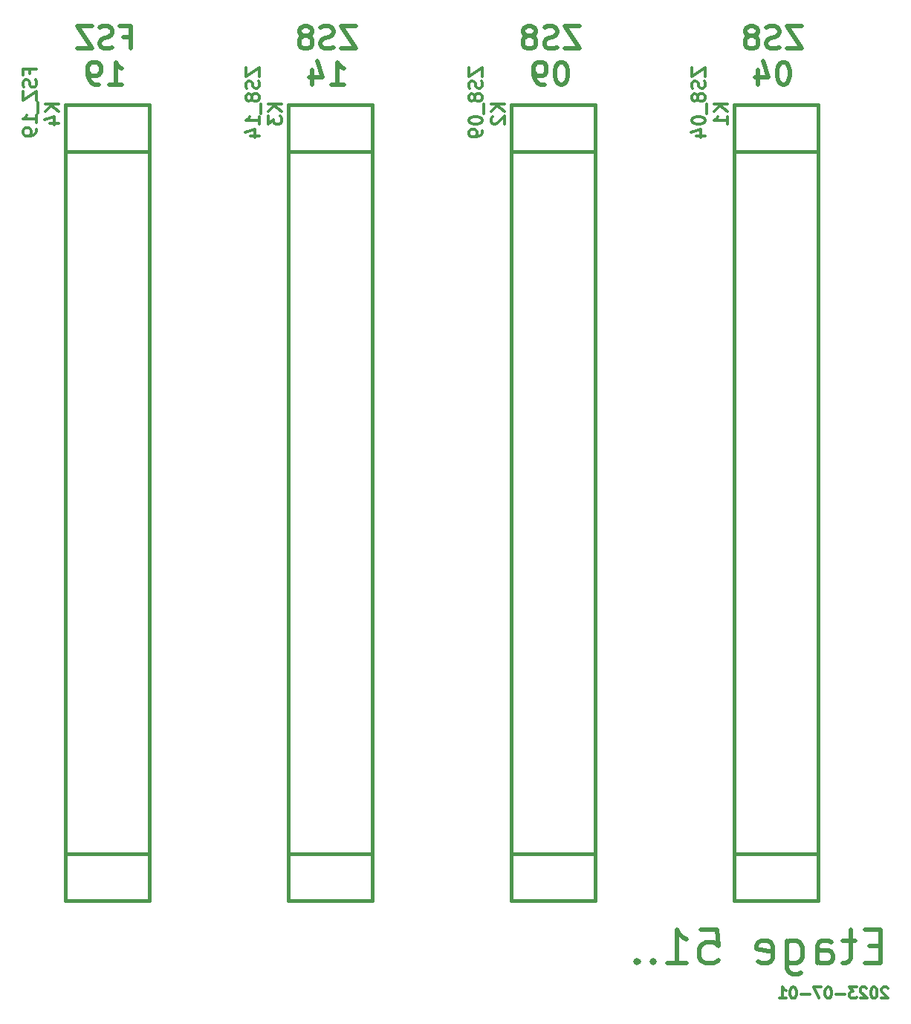
<source format=gbo>
%TF.GenerationSoftware,KiCad,Pcbnew,(6.0.7)*%
%TF.CreationDate,2024-08-18T11:11:24+02:00*%
%TF.ProjectId,BP51,42503531-2e6b-4696-9361-645f70636258,0437 -*%
%TF.SameCoordinates,Original*%
%TF.FileFunction,Legend,Bot*%
%TF.FilePolarity,Positive*%
%FSLAX46Y46*%
G04 Gerber Fmt 4.6, Leading zero omitted, Abs format (unit mm)*
G04 Created by KiCad (PCBNEW (6.0.7)) date 2024-08-18 11:11:24*
%MOMM*%
%LPD*%
G01*
G04 APERTURE LIST*
%ADD10C,0.508000*%
%ADD11C,0.304800*%
%ADD12C,0.381000*%
%ADD13C,4.000000*%
%ADD14C,6.400800*%
%ADD15R,3.048000X3.048000*%
%ADD16C,3.048000*%
%ADD17R,1.524000X1.524000*%
%ADD18C,1.524000*%
%ADD19R,1.651000X1.651000*%
%ADD20C,1.651000*%
%ADD21C,2.200000*%
G04 APERTURE END LIST*
D10*
X66018712Y-99320770D02*
X66865379Y-99320770D01*
X66865379Y-100651246D02*
X66865379Y-98111246D01*
X65655855Y-98111246D01*
X64809188Y-100530294D02*
X64446331Y-100651246D01*
X63841569Y-100651246D01*
X63599664Y-100530294D01*
X63478712Y-100409341D01*
X63357760Y-100167437D01*
X63357760Y-99925532D01*
X63478712Y-99683627D01*
X63599664Y-99562675D01*
X63841569Y-99441722D01*
X64325379Y-99320770D01*
X64567283Y-99199818D01*
X64688236Y-99078865D01*
X64809188Y-98836960D01*
X64809188Y-98595056D01*
X64688236Y-98353151D01*
X64567283Y-98232199D01*
X64325379Y-98111246D01*
X63720617Y-98111246D01*
X63357760Y-98232199D01*
X62511093Y-98111246D02*
X60817760Y-98111246D01*
X62511093Y-100651246D01*
X60817760Y-100651246D01*
X64446331Y-104740646D02*
X65897760Y-104740646D01*
X65172045Y-104740646D02*
X65172045Y-102200646D01*
X65413950Y-102563503D01*
X65655855Y-102805408D01*
X65897760Y-102926360D01*
X63236807Y-104740646D02*
X62752998Y-104740646D01*
X62511093Y-104619694D01*
X62390141Y-104498741D01*
X62148236Y-104135884D01*
X62027283Y-103652075D01*
X62027283Y-102684456D01*
X62148236Y-102442551D01*
X62269188Y-102321599D01*
X62511093Y-102200646D01*
X62994902Y-102200646D01*
X63236807Y-102321599D01*
X63357760Y-102442551D01*
X63478712Y-102684456D01*
X63478712Y-103289218D01*
X63357760Y-103531122D01*
X63236807Y-103652075D01*
X62994902Y-103773027D01*
X62511093Y-103773027D01*
X62269188Y-103652075D01*
X62148236Y-103531122D01*
X62027283Y-103289218D01*
X143318658Y-98111246D02*
X141625324Y-98111246D01*
X143318658Y-100651246D01*
X141625324Y-100651246D01*
X140778658Y-100530294D02*
X140415801Y-100651246D01*
X139811039Y-100651246D01*
X139569134Y-100530294D01*
X139448182Y-100409341D01*
X139327229Y-100167437D01*
X139327229Y-99925532D01*
X139448182Y-99683627D01*
X139569134Y-99562675D01*
X139811039Y-99441722D01*
X140294848Y-99320770D01*
X140536753Y-99199818D01*
X140657705Y-99078865D01*
X140778658Y-98836960D01*
X140778658Y-98595056D01*
X140657705Y-98353151D01*
X140536753Y-98232199D01*
X140294848Y-98111246D01*
X139690086Y-98111246D01*
X139327229Y-98232199D01*
X137875801Y-99199818D02*
X138117705Y-99078865D01*
X138238658Y-98957913D01*
X138359610Y-98716008D01*
X138359610Y-98595056D01*
X138238658Y-98353151D01*
X138117705Y-98232199D01*
X137875801Y-98111246D01*
X137391991Y-98111246D01*
X137150086Y-98232199D01*
X137029134Y-98353151D01*
X136908182Y-98595056D01*
X136908182Y-98716008D01*
X137029134Y-98957913D01*
X137150086Y-99078865D01*
X137391991Y-99199818D01*
X137875801Y-99199818D01*
X138117705Y-99320770D01*
X138238658Y-99441722D01*
X138359610Y-99683627D01*
X138359610Y-100167437D01*
X138238658Y-100409341D01*
X138117705Y-100530294D01*
X137875801Y-100651246D01*
X137391991Y-100651246D01*
X137150086Y-100530294D01*
X137029134Y-100409341D01*
X136908182Y-100167437D01*
X136908182Y-99683627D01*
X137029134Y-99441722D01*
X137150086Y-99320770D01*
X137391991Y-99199818D01*
X141383420Y-102200646D02*
X141141515Y-102200646D01*
X140899610Y-102321599D01*
X140778658Y-102442551D01*
X140657705Y-102684456D01*
X140536753Y-103168265D01*
X140536753Y-103773027D01*
X140657705Y-104256837D01*
X140778658Y-104498741D01*
X140899610Y-104619694D01*
X141141515Y-104740646D01*
X141383420Y-104740646D01*
X141625324Y-104619694D01*
X141746277Y-104498741D01*
X141867229Y-104256837D01*
X141988182Y-103773027D01*
X141988182Y-103168265D01*
X141867229Y-102684456D01*
X141746277Y-102442551D01*
X141625324Y-102321599D01*
X141383420Y-102200646D01*
X138359610Y-103047313D02*
X138359610Y-104740646D01*
X138964372Y-102079694D02*
X139569134Y-103893979D01*
X137996753Y-103893979D01*
X152362657Y-202865750D02*
X151092657Y-202865750D01*
X150548371Y-204861464D02*
X152362657Y-204861464D01*
X152362657Y-201051464D01*
X150548371Y-201051464D01*
X149459800Y-202321464D02*
X148008371Y-202321464D01*
X148915514Y-201051464D02*
X148915514Y-204317178D01*
X148734085Y-204680035D01*
X148371228Y-204861464D01*
X148008371Y-204861464D01*
X145105514Y-204861464D02*
X145105514Y-202865750D01*
X145286942Y-202502893D01*
X145649800Y-202321464D01*
X146375514Y-202321464D01*
X146738371Y-202502893D01*
X145105514Y-204680035D02*
X145468371Y-204861464D01*
X146375514Y-204861464D01*
X146738371Y-204680035D01*
X146919800Y-204317178D01*
X146919800Y-203954321D01*
X146738371Y-203591464D01*
X146375514Y-203410035D01*
X145468371Y-203410035D01*
X145105514Y-203228607D01*
X141658371Y-202321464D02*
X141658371Y-205405750D01*
X141839800Y-205768607D01*
X142021228Y-205950035D01*
X142384085Y-206131464D01*
X142928371Y-206131464D01*
X143291228Y-205950035D01*
X141658371Y-204680035D02*
X142021228Y-204861464D01*
X142746942Y-204861464D01*
X143109800Y-204680035D01*
X143291228Y-204498607D01*
X143472657Y-204135750D01*
X143472657Y-203047178D01*
X143291228Y-202684321D01*
X143109800Y-202502893D01*
X142746942Y-202321464D01*
X142021228Y-202321464D01*
X141658371Y-202502893D01*
X138392657Y-204680035D02*
X138755514Y-204861464D01*
X139481228Y-204861464D01*
X139844085Y-204680035D01*
X140025514Y-204317178D01*
X140025514Y-202865750D01*
X139844085Y-202502893D01*
X139481228Y-202321464D01*
X138755514Y-202321464D01*
X138392657Y-202502893D01*
X138211228Y-202865750D01*
X138211228Y-203228607D01*
X140025514Y-203591464D01*
X131861228Y-201051464D02*
X133675514Y-201051464D01*
X133856942Y-202865750D01*
X133675514Y-202684321D01*
X133312657Y-202502893D01*
X132405514Y-202502893D01*
X132042657Y-202684321D01*
X131861228Y-202865750D01*
X131679800Y-203228607D01*
X131679800Y-204135750D01*
X131861228Y-204498607D01*
X132042657Y-204680035D01*
X132405514Y-204861464D01*
X133312657Y-204861464D01*
X133675514Y-204680035D01*
X133856942Y-204498607D01*
X128051228Y-204861464D02*
X130228371Y-204861464D01*
X129139800Y-204861464D02*
X129139800Y-201051464D01*
X129502657Y-201595750D01*
X129865514Y-201958607D01*
X130228371Y-202140035D01*
X126418371Y-204498607D02*
X126236942Y-204680035D01*
X126418371Y-204861464D01*
X126599800Y-204680035D01*
X126418371Y-204498607D01*
X126418371Y-204861464D01*
X124604085Y-204498607D02*
X124422657Y-204680035D01*
X124604085Y-204861464D01*
X124785514Y-204680035D01*
X124604085Y-204498607D01*
X124604085Y-204861464D01*
D11*
X153159975Y-207704614D02*
X153099499Y-207644138D01*
X152978546Y-207583661D01*
X152676165Y-207583661D01*
X152555213Y-207644138D01*
X152494737Y-207704614D01*
X152434260Y-207825566D01*
X152434260Y-207946518D01*
X152494737Y-208127947D01*
X153220451Y-208853661D01*
X152434260Y-208853661D01*
X151648070Y-207583661D02*
X151527118Y-207583661D01*
X151406165Y-207644138D01*
X151345689Y-207704614D01*
X151285213Y-207825566D01*
X151224737Y-208067471D01*
X151224737Y-208369852D01*
X151285213Y-208611757D01*
X151345689Y-208732709D01*
X151406165Y-208793185D01*
X151527118Y-208853661D01*
X151648070Y-208853661D01*
X151769022Y-208793185D01*
X151829499Y-208732709D01*
X151889975Y-208611757D01*
X151950451Y-208369852D01*
X151950451Y-208067471D01*
X151889975Y-207825566D01*
X151829499Y-207704614D01*
X151769022Y-207644138D01*
X151648070Y-207583661D01*
X150740927Y-207704614D02*
X150680451Y-207644138D01*
X150559499Y-207583661D01*
X150257118Y-207583661D01*
X150136165Y-207644138D01*
X150075689Y-207704614D01*
X150015213Y-207825566D01*
X150015213Y-207946518D01*
X150075689Y-208127947D01*
X150801403Y-208853661D01*
X150015213Y-208853661D01*
X149591880Y-207583661D02*
X148805689Y-207583661D01*
X149229022Y-208067471D01*
X149047594Y-208067471D01*
X148926641Y-208127947D01*
X148866165Y-208188423D01*
X148805689Y-208309376D01*
X148805689Y-208611757D01*
X148866165Y-208732709D01*
X148926641Y-208793185D01*
X149047594Y-208853661D01*
X149410451Y-208853661D01*
X149531403Y-208793185D01*
X149591880Y-208732709D01*
X148261403Y-208369852D02*
X147293784Y-208369852D01*
X146447118Y-207583661D02*
X146326165Y-207583661D01*
X146205213Y-207644138D01*
X146144737Y-207704614D01*
X146084260Y-207825566D01*
X146023784Y-208067471D01*
X146023784Y-208369852D01*
X146084260Y-208611757D01*
X146144737Y-208732709D01*
X146205213Y-208793185D01*
X146326165Y-208853661D01*
X146447118Y-208853661D01*
X146568070Y-208793185D01*
X146628546Y-208732709D01*
X146689022Y-208611757D01*
X146749499Y-208369852D01*
X146749499Y-208067471D01*
X146689022Y-207825566D01*
X146628546Y-207704614D01*
X146568070Y-207644138D01*
X146447118Y-207583661D01*
X145600451Y-207583661D02*
X144753784Y-207583661D01*
X145298070Y-208853661D01*
X144269975Y-208369852D02*
X143302356Y-208369852D01*
X142455689Y-207583661D02*
X142334737Y-207583661D01*
X142213784Y-207644138D01*
X142153308Y-207704614D01*
X142092832Y-207825566D01*
X142032356Y-208067471D01*
X142032356Y-208369852D01*
X142092832Y-208611757D01*
X142153308Y-208732709D01*
X142213784Y-208793185D01*
X142334737Y-208853661D01*
X142455689Y-208853661D01*
X142576641Y-208793185D01*
X142637118Y-208732709D01*
X142697594Y-208611757D01*
X142758070Y-208369852D01*
X142758070Y-208067471D01*
X142697594Y-207825566D01*
X142637118Y-207704614D01*
X142576641Y-207644138D01*
X142455689Y-207583661D01*
X140822832Y-208853661D02*
X141548546Y-208853661D01*
X141185689Y-208853661D02*
X141185689Y-207583661D01*
X141306641Y-207765090D01*
X141427594Y-207886042D01*
X141548546Y-207946518D01*
D10*
X118023734Y-98111246D02*
X116330400Y-98111246D01*
X118023734Y-100651246D01*
X116330400Y-100651246D01*
X115483734Y-100530294D02*
X115120877Y-100651246D01*
X114516115Y-100651246D01*
X114274210Y-100530294D01*
X114153258Y-100409341D01*
X114032305Y-100167437D01*
X114032305Y-99925532D01*
X114153258Y-99683627D01*
X114274210Y-99562675D01*
X114516115Y-99441722D01*
X114999924Y-99320770D01*
X115241829Y-99199818D01*
X115362781Y-99078865D01*
X115483734Y-98836960D01*
X115483734Y-98595056D01*
X115362781Y-98353151D01*
X115241829Y-98232199D01*
X114999924Y-98111246D01*
X114395162Y-98111246D01*
X114032305Y-98232199D01*
X112580877Y-99199818D02*
X112822781Y-99078865D01*
X112943734Y-98957913D01*
X113064686Y-98716008D01*
X113064686Y-98595056D01*
X112943734Y-98353151D01*
X112822781Y-98232199D01*
X112580877Y-98111246D01*
X112097067Y-98111246D01*
X111855162Y-98232199D01*
X111734210Y-98353151D01*
X111613258Y-98595056D01*
X111613258Y-98716008D01*
X111734210Y-98957913D01*
X111855162Y-99078865D01*
X112097067Y-99199818D01*
X112580877Y-99199818D01*
X112822781Y-99320770D01*
X112943734Y-99441722D01*
X113064686Y-99683627D01*
X113064686Y-100167437D01*
X112943734Y-100409341D01*
X112822781Y-100530294D01*
X112580877Y-100651246D01*
X112097067Y-100651246D01*
X111855162Y-100530294D01*
X111734210Y-100409341D01*
X111613258Y-100167437D01*
X111613258Y-99683627D01*
X111734210Y-99441722D01*
X111855162Y-99320770D01*
X112097067Y-99199818D01*
X116088496Y-102200646D02*
X115846591Y-102200646D01*
X115604686Y-102321599D01*
X115483734Y-102442551D01*
X115362781Y-102684456D01*
X115241829Y-103168265D01*
X115241829Y-103773027D01*
X115362781Y-104256837D01*
X115483734Y-104498741D01*
X115604686Y-104619694D01*
X115846591Y-104740646D01*
X116088496Y-104740646D01*
X116330400Y-104619694D01*
X116451353Y-104498741D01*
X116572305Y-104256837D01*
X116693258Y-103773027D01*
X116693258Y-103168265D01*
X116572305Y-102684456D01*
X116451353Y-102442551D01*
X116330400Y-102321599D01*
X116088496Y-102200646D01*
X114032305Y-104740646D02*
X113548496Y-104740646D01*
X113306591Y-104619694D01*
X113185639Y-104498741D01*
X112943734Y-104135884D01*
X112822781Y-103652075D01*
X112822781Y-102684456D01*
X112943734Y-102442551D01*
X113064686Y-102321599D01*
X113306591Y-102200646D01*
X113790400Y-102200646D01*
X114032305Y-102321599D01*
X114153258Y-102442551D01*
X114274210Y-102684456D01*
X114274210Y-103289218D01*
X114153258Y-103531122D01*
X114032305Y-103652075D01*
X113790400Y-103773027D01*
X113306591Y-103773027D01*
X113064686Y-103652075D01*
X112943734Y-103531122D01*
X112822781Y-103289218D01*
X92523160Y-98111246D02*
X90829826Y-98111246D01*
X92523160Y-100651246D01*
X90829826Y-100651246D01*
X89983160Y-100530294D02*
X89620303Y-100651246D01*
X89015541Y-100651246D01*
X88773636Y-100530294D01*
X88652684Y-100409341D01*
X88531731Y-100167437D01*
X88531731Y-99925532D01*
X88652684Y-99683627D01*
X88773636Y-99562675D01*
X89015541Y-99441722D01*
X89499350Y-99320770D01*
X89741255Y-99199818D01*
X89862207Y-99078865D01*
X89983160Y-98836960D01*
X89983160Y-98595056D01*
X89862207Y-98353151D01*
X89741255Y-98232199D01*
X89499350Y-98111246D01*
X88894588Y-98111246D01*
X88531731Y-98232199D01*
X87080303Y-99199818D02*
X87322207Y-99078865D01*
X87443160Y-98957913D01*
X87564112Y-98716008D01*
X87564112Y-98595056D01*
X87443160Y-98353151D01*
X87322207Y-98232199D01*
X87080303Y-98111246D01*
X86596493Y-98111246D01*
X86354588Y-98232199D01*
X86233636Y-98353151D01*
X86112684Y-98595056D01*
X86112684Y-98716008D01*
X86233636Y-98957913D01*
X86354588Y-99078865D01*
X86596493Y-99199818D01*
X87080303Y-99199818D01*
X87322207Y-99320770D01*
X87443160Y-99441722D01*
X87564112Y-99683627D01*
X87564112Y-100167437D01*
X87443160Y-100409341D01*
X87322207Y-100530294D01*
X87080303Y-100651246D01*
X86596493Y-100651246D01*
X86354588Y-100530294D01*
X86233636Y-100409341D01*
X86112684Y-100167437D01*
X86112684Y-99683627D01*
X86233636Y-99441722D01*
X86354588Y-99320770D01*
X86596493Y-99199818D01*
X89741255Y-104740646D02*
X91192684Y-104740646D01*
X90466969Y-104740646D02*
X90466969Y-102200646D01*
X90708874Y-102563503D01*
X90950779Y-102805408D01*
X91192684Y-102926360D01*
X87564112Y-103047313D02*
X87564112Y-104740646D01*
X88168874Y-102079694D02*
X88773636Y-103893979D01*
X87201255Y-103893979D01*
D11*
%TO.C,K2*%
X109489428Y-106960977D02*
X107965428Y-106960977D01*
X109489428Y-107831834D02*
X108618571Y-107178691D01*
X107965428Y-107831834D02*
X108836285Y-106960977D01*
X108110571Y-108412405D02*
X108038000Y-108484977D01*
X107965428Y-108630120D01*
X107965428Y-108992977D01*
X108038000Y-109138120D01*
X108110571Y-109210691D01*
X108255714Y-109283262D01*
X108400857Y-109283262D01*
X108618571Y-109210691D01*
X109489428Y-108339834D01*
X109489428Y-109283262D01*
X105431028Y-102803234D02*
X105431028Y-103819234D01*
X106955028Y-102803234D01*
X106955028Y-103819234D01*
X106882457Y-104327234D02*
X106955028Y-104544948D01*
X106955028Y-104907805D01*
X106882457Y-105052948D01*
X106809885Y-105125520D01*
X106664742Y-105198091D01*
X106519600Y-105198091D01*
X106374457Y-105125520D01*
X106301885Y-105052948D01*
X106229314Y-104907805D01*
X106156742Y-104617520D01*
X106084171Y-104472377D01*
X106011600Y-104399805D01*
X105866457Y-104327234D01*
X105721314Y-104327234D01*
X105576171Y-104399805D01*
X105503600Y-104472377D01*
X105431028Y-104617520D01*
X105431028Y-104980377D01*
X105503600Y-105198091D01*
X106084171Y-106068948D02*
X106011600Y-105923805D01*
X105939028Y-105851234D01*
X105793885Y-105778662D01*
X105721314Y-105778662D01*
X105576171Y-105851234D01*
X105503600Y-105923805D01*
X105431028Y-106068948D01*
X105431028Y-106359234D01*
X105503600Y-106504377D01*
X105576171Y-106576948D01*
X105721314Y-106649520D01*
X105793885Y-106649520D01*
X105939028Y-106576948D01*
X106011600Y-106504377D01*
X106084171Y-106359234D01*
X106084171Y-106068948D01*
X106156742Y-105923805D01*
X106229314Y-105851234D01*
X106374457Y-105778662D01*
X106664742Y-105778662D01*
X106809885Y-105851234D01*
X106882457Y-105923805D01*
X106955028Y-106068948D01*
X106955028Y-106359234D01*
X106882457Y-106504377D01*
X106809885Y-106576948D01*
X106664742Y-106649520D01*
X106374457Y-106649520D01*
X106229314Y-106576948D01*
X106156742Y-106504377D01*
X106084171Y-106359234D01*
X107100171Y-106939805D02*
X107100171Y-108100948D01*
X105431028Y-108754091D02*
X105431028Y-108899234D01*
X105503600Y-109044377D01*
X105576171Y-109116948D01*
X105721314Y-109189520D01*
X106011600Y-109262091D01*
X106374457Y-109262091D01*
X106664742Y-109189520D01*
X106809885Y-109116948D01*
X106882457Y-109044377D01*
X106955028Y-108899234D01*
X106955028Y-108754091D01*
X106882457Y-108608948D01*
X106809885Y-108536377D01*
X106664742Y-108463805D01*
X106374457Y-108391234D01*
X106011600Y-108391234D01*
X105721314Y-108463805D01*
X105576171Y-108536377D01*
X105503600Y-108608948D01*
X105431028Y-108754091D01*
X106955028Y-109987805D02*
X106955028Y-110278091D01*
X106882457Y-110423234D01*
X106809885Y-110495805D01*
X106592171Y-110640948D01*
X106301885Y-110713520D01*
X105721314Y-110713520D01*
X105576171Y-110640948D01*
X105503600Y-110568377D01*
X105431028Y-110423234D01*
X105431028Y-110132948D01*
X105503600Y-109987805D01*
X105576171Y-109915234D01*
X105721314Y-109842662D01*
X106084171Y-109842662D01*
X106229314Y-109915234D01*
X106301885Y-109987805D01*
X106374457Y-110132948D01*
X106374457Y-110423234D01*
X106301885Y-110568377D01*
X106229314Y-110640948D01*
X106084171Y-110713520D01*
%TO.C,K4*%
X58689428Y-106960977D02*
X57165428Y-106960977D01*
X58689428Y-107831834D02*
X57818571Y-107178691D01*
X57165428Y-107831834D02*
X58036285Y-106960977D01*
X57673428Y-109138120D02*
X58689428Y-109138120D01*
X57092857Y-108775262D02*
X58181428Y-108412405D01*
X58181428Y-109355834D01*
X55356742Y-103456377D02*
X55356742Y-102948377D01*
X56155028Y-102948377D02*
X54631028Y-102948377D01*
X54631028Y-103674091D01*
X56082457Y-104182091D02*
X56155028Y-104399805D01*
X56155028Y-104762662D01*
X56082457Y-104907805D01*
X56009885Y-104980377D01*
X55864742Y-105052948D01*
X55719600Y-105052948D01*
X55574457Y-104980377D01*
X55501885Y-104907805D01*
X55429314Y-104762662D01*
X55356742Y-104472377D01*
X55284171Y-104327234D01*
X55211600Y-104254662D01*
X55066457Y-104182091D01*
X54921314Y-104182091D01*
X54776171Y-104254662D01*
X54703600Y-104327234D01*
X54631028Y-104472377D01*
X54631028Y-104835234D01*
X54703600Y-105052948D01*
X54631028Y-105560948D02*
X54631028Y-106576948D01*
X56155028Y-105560948D01*
X56155028Y-106576948D01*
X56300171Y-106794662D02*
X56300171Y-107955805D01*
X56155028Y-109116948D02*
X56155028Y-108246091D01*
X56155028Y-108681520D02*
X54631028Y-108681520D01*
X54848742Y-108536377D01*
X54993885Y-108391234D01*
X55066457Y-108246091D01*
X56155028Y-109842662D02*
X56155028Y-110132948D01*
X56082457Y-110278091D01*
X56009885Y-110350662D01*
X55792171Y-110495805D01*
X55501885Y-110568377D01*
X54921314Y-110568377D01*
X54776171Y-110495805D01*
X54703600Y-110423234D01*
X54631028Y-110278091D01*
X54631028Y-109987805D01*
X54703600Y-109842662D01*
X54776171Y-109770091D01*
X54921314Y-109697520D01*
X55284171Y-109697520D01*
X55429314Y-109770091D01*
X55501885Y-109842662D01*
X55574457Y-109987805D01*
X55574457Y-110278091D01*
X55501885Y-110423234D01*
X55429314Y-110495805D01*
X55284171Y-110568377D01*
%TO.C,K1*%
X134889428Y-106960977D02*
X133365428Y-106960977D01*
X134889428Y-107831834D02*
X134018571Y-107178691D01*
X133365428Y-107831834D02*
X134236285Y-106960977D01*
X134889428Y-109283262D02*
X134889428Y-108412405D01*
X134889428Y-108847834D02*
X133365428Y-108847834D01*
X133583142Y-108702691D01*
X133728285Y-108557548D01*
X133800857Y-108412405D01*
X130831028Y-102803234D02*
X130831028Y-103819234D01*
X132355028Y-102803234D01*
X132355028Y-103819234D01*
X132282457Y-104327234D02*
X132355028Y-104544948D01*
X132355028Y-104907805D01*
X132282457Y-105052948D01*
X132209885Y-105125520D01*
X132064742Y-105198091D01*
X131919600Y-105198091D01*
X131774457Y-105125520D01*
X131701885Y-105052948D01*
X131629314Y-104907805D01*
X131556742Y-104617520D01*
X131484171Y-104472377D01*
X131411600Y-104399805D01*
X131266457Y-104327234D01*
X131121314Y-104327234D01*
X130976171Y-104399805D01*
X130903600Y-104472377D01*
X130831028Y-104617520D01*
X130831028Y-104980377D01*
X130903600Y-105198091D01*
X131484171Y-106068948D02*
X131411600Y-105923805D01*
X131339028Y-105851234D01*
X131193885Y-105778662D01*
X131121314Y-105778662D01*
X130976171Y-105851234D01*
X130903600Y-105923805D01*
X130831028Y-106068948D01*
X130831028Y-106359234D01*
X130903600Y-106504377D01*
X130976171Y-106576948D01*
X131121314Y-106649520D01*
X131193885Y-106649520D01*
X131339028Y-106576948D01*
X131411600Y-106504377D01*
X131484171Y-106359234D01*
X131484171Y-106068948D01*
X131556742Y-105923805D01*
X131629314Y-105851234D01*
X131774457Y-105778662D01*
X132064742Y-105778662D01*
X132209885Y-105851234D01*
X132282457Y-105923805D01*
X132355028Y-106068948D01*
X132355028Y-106359234D01*
X132282457Y-106504377D01*
X132209885Y-106576948D01*
X132064742Y-106649520D01*
X131774457Y-106649520D01*
X131629314Y-106576948D01*
X131556742Y-106504377D01*
X131484171Y-106359234D01*
X132500171Y-106939805D02*
X132500171Y-108100948D01*
X130831028Y-108754091D02*
X130831028Y-108899234D01*
X130903600Y-109044377D01*
X130976171Y-109116948D01*
X131121314Y-109189520D01*
X131411600Y-109262091D01*
X131774457Y-109262091D01*
X132064742Y-109189520D01*
X132209885Y-109116948D01*
X132282457Y-109044377D01*
X132355028Y-108899234D01*
X132355028Y-108754091D01*
X132282457Y-108608948D01*
X132209885Y-108536377D01*
X132064742Y-108463805D01*
X131774457Y-108391234D01*
X131411600Y-108391234D01*
X131121314Y-108463805D01*
X130976171Y-108536377D01*
X130903600Y-108608948D01*
X130831028Y-108754091D01*
X131339028Y-110568377D02*
X132355028Y-110568377D01*
X130758457Y-110205520D02*
X131847028Y-109842662D01*
X131847028Y-110786091D01*
%TO.C,K3*%
X84089428Y-106960977D02*
X82565428Y-106960977D01*
X84089428Y-107831834D02*
X83218571Y-107178691D01*
X82565428Y-107831834D02*
X83436285Y-106960977D01*
X82565428Y-108339834D02*
X82565428Y-109283262D01*
X83146000Y-108775262D01*
X83146000Y-108992977D01*
X83218571Y-109138120D01*
X83291142Y-109210691D01*
X83436285Y-109283262D01*
X83799142Y-109283262D01*
X83944285Y-109210691D01*
X84016857Y-109138120D01*
X84089428Y-108992977D01*
X84089428Y-108557548D01*
X84016857Y-108412405D01*
X83944285Y-108339834D01*
X80031028Y-102803234D02*
X80031028Y-103819234D01*
X81555028Y-102803234D01*
X81555028Y-103819234D01*
X81482457Y-104327234D02*
X81555028Y-104544948D01*
X81555028Y-104907805D01*
X81482457Y-105052948D01*
X81409885Y-105125520D01*
X81264742Y-105198091D01*
X81119600Y-105198091D01*
X80974457Y-105125520D01*
X80901885Y-105052948D01*
X80829314Y-104907805D01*
X80756742Y-104617520D01*
X80684171Y-104472377D01*
X80611600Y-104399805D01*
X80466457Y-104327234D01*
X80321314Y-104327234D01*
X80176171Y-104399805D01*
X80103600Y-104472377D01*
X80031028Y-104617520D01*
X80031028Y-104980377D01*
X80103600Y-105198091D01*
X80684171Y-106068948D02*
X80611600Y-105923805D01*
X80539028Y-105851234D01*
X80393885Y-105778662D01*
X80321314Y-105778662D01*
X80176171Y-105851234D01*
X80103600Y-105923805D01*
X80031028Y-106068948D01*
X80031028Y-106359234D01*
X80103600Y-106504377D01*
X80176171Y-106576948D01*
X80321314Y-106649520D01*
X80393885Y-106649520D01*
X80539028Y-106576948D01*
X80611600Y-106504377D01*
X80684171Y-106359234D01*
X80684171Y-106068948D01*
X80756742Y-105923805D01*
X80829314Y-105851234D01*
X80974457Y-105778662D01*
X81264742Y-105778662D01*
X81409885Y-105851234D01*
X81482457Y-105923805D01*
X81555028Y-106068948D01*
X81555028Y-106359234D01*
X81482457Y-106504377D01*
X81409885Y-106576948D01*
X81264742Y-106649520D01*
X80974457Y-106649520D01*
X80829314Y-106576948D01*
X80756742Y-106504377D01*
X80684171Y-106359234D01*
X81700171Y-106939805D02*
X81700171Y-108100948D01*
X81555028Y-109262091D02*
X81555028Y-108391234D01*
X81555028Y-108826662D02*
X80031028Y-108826662D01*
X80248742Y-108681520D01*
X80393885Y-108536377D01*
X80466457Y-108391234D01*
X80539028Y-110568377D02*
X81555028Y-110568377D01*
X79958457Y-110205520D02*
X81047028Y-109842662D01*
X81047028Y-110786091D01*
D12*
%TO.C,K2*%
X110275000Y-107050000D02*
X110275000Y-197750000D01*
X119800000Y-197750000D02*
X110275000Y-197750000D01*
X110300000Y-192400000D02*
X119800000Y-192400000D01*
X119800000Y-107050000D02*
X119800000Y-197750000D01*
X110275000Y-107050000D02*
X119800000Y-107050000D01*
X110300000Y-112400000D02*
X119800000Y-112400000D01*
%TO.C,K4*%
X59475000Y-107050000D02*
X69000000Y-107050000D01*
X59500000Y-112400000D02*
X69000000Y-112400000D01*
X59500000Y-192400000D02*
X69000000Y-192400000D01*
X69000000Y-197750000D02*
X59475000Y-197750000D01*
X59475000Y-107050000D02*
X59475000Y-197750000D01*
X69000000Y-107050000D02*
X69000000Y-197750000D01*
%TO.C,K1*%
X135700000Y-112400000D02*
X145200000Y-112400000D01*
X135675000Y-107050000D02*
X145200000Y-107050000D01*
X135700000Y-192400000D02*
X145200000Y-192400000D01*
X145200000Y-107050000D02*
X145200000Y-197750000D01*
X135675000Y-107050000D02*
X135675000Y-197750000D01*
X145200000Y-197750000D02*
X135675000Y-197750000D01*
%TO.C,K3*%
X94400000Y-197750000D02*
X84875000Y-197750000D01*
X84875000Y-107050000D02*
X94400000Y-107050000D01*
X84900000Y-112400000D02*
X94400000Y-112400000D01*
X84900000Y-192400000D02*
X94400000Y-192400000D01*
X84875000Y-107050000D02*
X84875000Y-197750000D01*
X94400000Y-107050000D02*
X94400000Y-197750000D01*
%TD*%
D13*
%TO.C,K2*%
X114800000Y-109900000D03*
X114800000Y-194900000D03*
%TD*%
%TO.C,K4*%
X64000000Y-109900000D03*
X64000000Y-194900000D03*
%TD*%
%TO.C,K1*%
X140200000Y-109900000D03*
X140200000Y-194900000D03*
%TD*%
%TO.C,K3*%
X89400000Y-109900000D03*
X89400000Y-194900000D03*
%TD*%
%LPC*%
D14*
%TO.C,HOLE*%
X130040000Y-194900000D03*
%TD*%
D15*
%TO.C,P2*%
X152900000Y-180059360D03*
D16*
X152900000Y-175060640D03*
X152900000Y-170059380D03*
X152900000Y-165060660D03*
X152900000Y-160059400D03*
X152900000Y-155060680D03*
X152900000Y-150059420D03*
X152900000Y-145060700D03*
%TD*%
D14*
%TO.C,HOLE*%
X48760000Y-109900000D03*
%TD*%
D15*
%TO.C,P5*%
X102100000Y-137039360D03*
D16*
X102100000Y-132040640D03*
X102100000Y-127039380D03*
X102100000Y-122040660D03*
%TD*%
D14*
%TO.C,HOLE*%
X104640000Y-194900000D03*
%TD*%
%TO.C,HOLE*%
X74160000Y-109900000D03*
%TD*%
%TO.C,HOLE*%
X99560000Y-109900000D03*
%TD*%
D17*
%TO.C,JP1*%
X72685600Y-125327200D03*
D18*
X72685600Y-122787200D03*
%TD*%
D14*
%TO.C,HOLE*%
X79240000Y-194900000D03*
%TD*%
D19*
%TO.C,C1*%
X75770000Y-135200000D03*
D20*
X73230000Y-135200000D03*
%TD*%
D14*
%TO.C,HOLE*%
X150360000Y-109900000D03*
%TD*%
D15*
%TO.C,P4*%
X127500000Y-180219360D03*
D16*
X127500000Y-175220640D03*
X127500000Y-170219380D03*
X127500000Y-165220660D03*
%TD*%
D14*
%TO.C,HOLE*%
X155440000Y-194900000D03*
%TD*%
D15*
%TO.C,P7*%
X76700000Y-180219360D03*
D16*
X76700000Y-175220640D03*
X76700000Y-170219380D03*
X76700000Y-165220660D03*
%TD*%
D15*
%TO.C,P6*%
X102100000Y-180219360D03*
D16*
X102100000Y-175220640D03*
X102100000Y-170219380D03*
X102100000Y-165220660D03*
%TD*%
D15*
%TO.C,P3*%
X127500000Y-137039360D03*
D16*
X127500000Y-132040640D03*
X127500000Y-127039380D03*
X127500000Y-122040660D03*
%TD*%
D15*
%TO.C,P1*%
X152900000Y-122040640D03*
D16*
X152900000Y-127039360D03*
X152900000Y-132040620D03*
X152900000Y-137039340D03*
%TD*%
D15*
%TO.C,P9*%
X55110000Y-190981360D03*
D16*
X55110000Y-185982640D03*
X55110000Y-180981380D03*
X55110000Y-175982660D03*
X55110000Y-170981400D03*
X55110000Y-165982680D03*
X55110000Y-160981420D03*
X55110000Y-155982700D03*
%TD*%
D14*
%TO.C,HOLE*%
X124960000Y-109900000D03*
%TD*%
D15*
%TO.C,P8*%
X55110000Y-149325360D03*
D16*
X55110000Y-144326640D03*
X55110000Y-139325380D03*
X55110000Y-134326660D03*
X55110000Y-129325400D03*
X55110000Y-124326680D03*
X55110000Y-119325420D03*
X55110000Y-114326700D03*
%TD*%
D14*
%TO.C,HOLE*%
X48760000Y-194900000D03*
%TD*%
D21*
%TO.C,K2*%
X112300000Y-114900000D03*
X117300000Y-117400000D03*
X112300000Y-119900000D03*
X117300000Y-122400000D03*
X112300000Y-124900000D03*
X117300000Y-127400000D03*
X112300000Y-129900000D03*
X117300000Y-132400000D03*
X112300000Y-134900000D03*
X117300000Y-137400000D03*
X112300000Y-139900000D03*
X117300000Y-142400000D03*
X112300000Y-144900000D03*
X117300000Y-147400000D03*
X112300000Y-149900000D03*
X117300000Y-152400000D03*
X112300000Y-154900000D03*
X117300000Y-157400000D03*
X112300000Y-159900000D03*
X117300000Y-162400000D03*
X112300000Y-164900000D03*
X117300000Y-167400000D03*
X112300000Y-169900000D03*
X117300000Y-172400000D03*
X112300000Y-174900000D03*
X117300000Y-177401220D03*
X112300000Y-179900000D03*
X117300000Y-182399940D03*
X112300000Y-184900000D03*
X117300000Y-187400000D03*
X112300000Y-189900000D03*
D13*
X114800000Y-109900000D03*
X114800000Y-194900000D03*
%TD*%
D21*
%TO.C,K4*%
X61500000Y-114900000D03*
X66500000Y-117400000D03*
X61500000Y-119900000D03*
X66500000Y-122400000D03*
X61500000Y-124900000D03*
X66500000Y-127400000D03*
X61500000Y-129900000D03*
X66500000Y-132400000D03*
X61500000Y-134900000D03*
X66500000Y-137400000D03*
X61500000Y-139900000D03*
X66500000Y-142400000D03*
X61500000Y-144900000D03*
X66500000Y-147400000D03*
X61500000Y-149900000D03*
X66500000Y-152400000D03*
X61500000Y-154900000D03*
X66500000Y-157400000D03*
X61500000Y-159900000D03*
X66500000Y-162400000D03*
X61500000Y-164900000D03*
X66500000Y-167400000D03*
X61500000Y-169900000D03*
X66500000Y-172400000D03*
X61500000Y-174900000D03*
X66500000Y-177401220D03*
X61500000Y-179900000D03*
X66500000Y-182399940D03*
X61500000Y-184900000D03*
X66500000Y-187400000D03*
X61500000Y-189900000D03*
D13*
X64000000Y-109900000D03*
X64000000Y-194900000D03*
%TD*%
D21*
%TO.C,K1*%
X137700000Y-114900000D03*
X142700000Y-117400000D03*
X137700000Y-119900000D03*
X142700000Y-122400000D03*
X137700000Y-124900000D03*
X142700000Y-127400000D03*
X137700000Y-129900000D03*
X142700000Y-132400000D03*
X137700000Y-134900000D03*
X142700000Y-137400000D03*
X137700000Y-139900000D03*
X142700000Y-142400000D03*
X137700000Y-144900000D03*
X142700000Y-147400000D03*
X137700000Y-149900000D03*
X142700000Y-152400000D03*
X137700000Y-154900000D03*
X142700000Y-157400000D03*
X137700000Y-159900000D03*
X142700000Y-162400000D03*
X137700000Y-164900000D03*
X142700000Y-167400000D03*
X137700000Y-169900000D03*
X142700000Y-172400000D03*
X137700000Y-174900000D03*
X142700000Y-177401220D03*
X137700000Y-179900000D03*
X142700000Y-182399940D03*
X137700000Y-184900000D03*
X142700000Y-187400000D03*
X137700000Y-189900000D03*
D13*
X140200000Y-109900000D03*
X140200000Y-194900000D03*
%TD*%
D21*
%TO.C,K3*%
X86900000Y-114900000D03*
X91900000Y-117400000D03*
X86900000Y-119900000D03*
X91900000Y-122400000D03*
X86900000Y-124900000D03*
X91900000Y-127400000D03*
X86900000Y-129900000D03*
X91900000Y-132400000D03*
X86900000Y-134900000D03*
X91900000Y-137400000D03*
X86900000Y-139900000D03*
X91900000Y-142400000D03*
X86900000Y-144900000D03*
X91900000Y-147400000D03*
X86900000Y-149900000D03*
X91900000Y-152400000D03*
X86900000Y-154900000D03*
X91900000Y-157400000D03*
X86900000Y-159900000D03*
X91900000Y-162400000D03*
X86900000Y-164900000D03*
X91900000Y-167400000D03*
X86900000Y-169900000D03*
X91900000Y-172400000D03*
X86900000Y-174900000D03*
X91900000Y-177401220D03*
X86900000Y-179900000D03*
X91900000Y-182399940D03*
X86900000Y-184900000D03*
X91900000Y-187400000D03*
X86900000Y-189900000D03*
D13*
X89400000Y-109900000D03*
X89400000Y-194900000D03*
%TD*%
M02*

</source>
